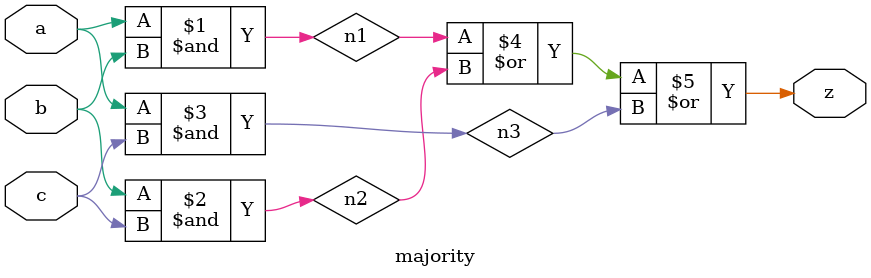
<source format=v>
module majority(a,b,c,z);
output z;
input a,b,c;
wire n1,n2,n3;

assign n1 = a & b;
assign n2 = b & c;
assign n3 = a & c;
assign z = n1 | n2 | n3;
endmodule : majority 



</source>
